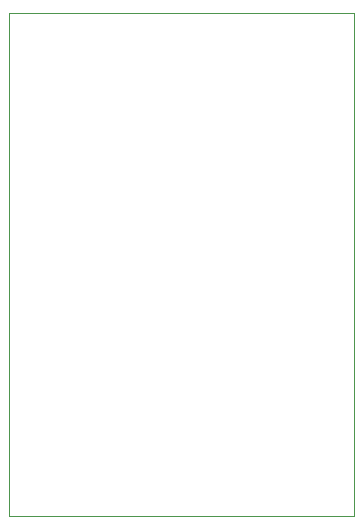
<source format=gbr>
G04 #@! TF.GenerationSoftware,KiCad,Pcbnew,(5.1.4-0-10_14)*
G04 #@! TF.CreationDate,2019-11-14T12:21:28+01:00*
G04 #@! TF.ProjectId,NANO IO,4e414e4f-2049-44f2-9e6b-696361645f70,-*
G04 #@! TF.SameCoordinates,Original*
G04 #@! TF.FileFunction,Profile,NP*
%FSLAX46Y46*%
G04 Gerber Fmt 4.6, Leading zero omitted, Abs format (unit mm)*
G04 Created by KiCad (PCBNEW (5.1.4-0-10_14)) date 2019-11-14 12:21:28*
%MOMM*%
%LPD*%
G04 APERTURE LIST*
%ADD10C,0.100000*%
G04 APERTURE END LIST*
D10*
X156210000Y-111760000D02*
X156210000Y-69215000D01*
X155575000Y-111760000D02*
X156210000Y-111760000D01*
X155575000Y-111760000D02*
X127000000Y-111760000D01*
X127000000Y-69215000D02*
X156210000Y-69215000D01*
X127000000Y-111760000D02*
X127000000Y-69215000D01*
M02*

</source>
